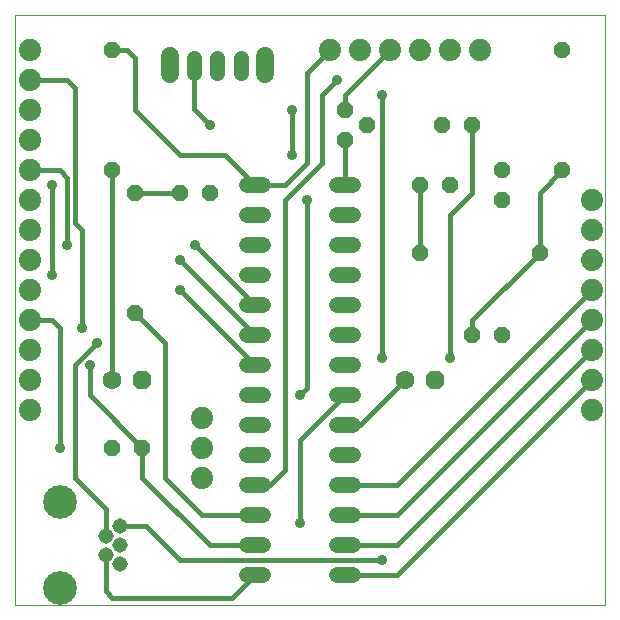
<source format=gtl>
G75*
%MOIN*%
%OFA0B0*%
%FSLAX25Y25*%
%IPPOS*%
%LPD*%
%AMOC8*
5,1,8,0,0,1.08239X$1,22.5*
%
%ADD10C,0.00000*%
%ADD11C,0.07400*%
%ADD12OC8,0.05200*%
%ADD13C,0.06300*%
%ADD14OC8,0.06300*%
%ADD15C,0.05150*%
%ADD16C,0.11220*%
%ADD17C,0.05200*%
%ADD18C,0.05150*%
%ADD19C,0.05937*%
%ADD20C,0.01600*%
%ADD21C,0.03562*%
D10*
X0001800Y0001800D02*
X0001800Y0198650D01*
X0198650Y0198650D01*
X0198650Y0001800D01*
X0001800Y0001800D01*
D11*
X0064300Y0044300D03*
X0064300Y0054300D03*
X0064300Y0064300D03*
X0006800Y0066800D03*
X0006800Y0076800D03*
X0006800Y0086800D03*
X0006800Y0096800D03*
X0006800Y0106800D03*
X0006800Y0116800D03*
X0006800Y0126800D03*
X0006800Y0136800D03*
X0006800Y0146800D03*
X0006800Y0156800D03*
X0006800Y0166800D03*
X0006800Y0176800D03*
X0006800Y0186800D03*
X0106800Y0186800D03*
X0116800Y0186800D03*
X0126800Y0186800D03*
X0136800Y0186800D03*
X0146800Y0186800D03*
X0156800Y0186800D03*
X0194300Y0136800D03*
X0194300Y0126800D03*
X0194300Y0116800D03*
X0194300Y0106800D03*
X0194300Y0096800D03*
X0194300Y0086800D03*
X0194300Y0076800D03*
X0194300Y0066800D03*
D12*
X0164300Y0091800D03*
X0154300Y0091800D03*
X0136800Y0119300D03*
X0136800Y0141800D03*
X0146800Y0141800D03*
X0164300Y0136800D03*
X0164300Y0146800D03*
X0154300Y0161800D03*
X0144300Y0161800D03*
X0119300Y0161800D03*
X0111800Y0156800D03*
X0111800Y0166800D03*
X0066800Y0139300D03*
X0056800Y0139300D03*
X0041800Y0139300D03*
X0034300Y0146800D03*
X0034300Y0186800D03*
X0041800Y0099300D03*
X0044300Y0054300D03*
X0034300Y0054300D03*
X0176800Y0119300D03*
X0184300Y0146800D03*
X0184300Y0186800D03*
D13*
X0131800Y0076800D03*
X0034300Y0076800D03*
D14*
X0044300Y0076800D03*
X0141800Y0076800D03*
D15*
X0036879Y0028099D03*
X0032154Y0024950D03*
X0036879Y0021800D03*
X0032154Y0018650D03*
X0036879Y0015501D03*
D16*
X0016800Y0007430D03*
X0016800Y0036170D03*
D17*
X0079200Y0031800D02*
X0084400Y0031800D01*
X0084400Y0021800D02*
X0079200Y0021800D01*
X0079200Y0011800D02*
X0084400Y0011800D01*
X0109200Y0011800D02*
X0114400Y0011800D01*
X0114400Y0021800D02*
X0109200Y0021800D01*
X0109200Y0031800D02*
X0114400Y0031800D01*
X0114400Y0041800D02*
X0109200Y0041800D01*
X0109200Y0051800D02*
X0114400Y0051800D01*
X0114400Y0061800D02*
X0109200Y0061800D01*
X0109200Y0071800D02*
X0114400Y0071800D01*
X0114400Y0081800D02*
X0109200Y0081800D01*
X0109200Y0091800D02*
X0114400Y0091800D01*
X0114400Y0101800D02*
X0109200Y0101800D01*
X0109200Y0111800D02*
X0114400Y0111800D01*
X0114400Y0121800D02*
X0109200Y0121800D01*
X0109200Y0131800D02*
X0114400Y0131800D01*
X0114400Y0141800D02*
X0109200Y0141800D01*
X0084400Y0141800D02*
X0079200Y0141800D01*
X0079200Y0131800D02*
X0084400Y0131800D01*
X0084400Y0121800D02*
X0079200Y0121800D01*
X0079200Y0111800D02*
X0084400Y0111800D01*
X0084400Y0101800D02*
X0079200Y0101800D01*
X0079200Y0091800D02*
X0084400Y0091800D01*
X0084400Y0081800D02*
X0079200Y0081800D01*
X0079200Y0071800D02*
X0084400Y0071800D01*
X0084400Y0061800D02*
X0079200Y0061800D01*
X0079200Y0051800D02*
X0084400Y0051800D01*
X0084400Y0041800D02*
X0079200Y0041800D01*
D18*
X0077174Y0179225D02*
X0077174Y0184375D01*
X0069300Y0184375D02*
X0069300Y0179225D01*
X0061426Y0179225D02*
X0061426Y0184375D01*
D19*
X0053552Y0184769D02*
X0053552Y0178831D01*
X0085048Y0178831D02*
X0085048Y0184769D01*
D20*
X0099300Y0179300D02*
X0099300Y0149300D01*
X0091800Y0141800D01*
X0081800Y0141800D01*
X0071800Y0151800D01*
X0056800Y0151800D01*
X0041800Y0166800D01*
X0041800Y0184300D01*
X0039300Y0186800D01*
X0034300Y0186800D01*
X0021800Y0174300D02*
X0021800Y0129300D01*
X0024300Y0126800D01*
X0024300Y0094300D01*
X0029300Y0089300D02*
X0021800Y0081800D01*
X0021800Y0044300D01*
X0032154Y0033946D01*
X0032154Y0024950D01*
X0036879Y0028099D02*
X0045501Y0028099D01*
X0056800Y0016800D01*
X0124300Y0016800D01*
X0129300Y0011800D02*
X0194300Y0076800D01*
X0194300Y0086800D02*
X0129300Y0021800D01*
X0111800Y0021800D01*
X0111800Y0011800D02*
X0129300Y0011800D01*
X0129300Y0031800D02*
X0111800Y0031800D01*
X0111800Y0041800D02*
X0129300Y0041800D01*
X0194300Y0106800D01*
X0194300Y0096800D02*
X0129300Y0031800D01*
X0116800Y0061800D02*
X0111800Y0061800D01*
X0116800Y0061800D02*
X0131800Y0076800D01*
X0124300Y0084300D02*
X0124300Y0171800D01*
X0111800Y0171800D02*
X0111800Y0166800D01*
X0111800Y0171800D02*
X0126800Y0186800D01*
X0109300Y0176800D02*
X0104300Y0171800D01*
X0104300Y0149300D01*
X0091800Y0136800D01*
X0091800Y0046800D01*
X0086800Y0041800D01*
X0081800Y0041800D01*
X0081800Y0031800D02*
X0064300Y0031800D01*
X0051800Y0044300D01*
X0051800Y0089300D01*
X0041800Y0099300D01*
X0056800Y0106800D02*
X0081800Y0081800D01*
X0081800Y0091800D02*
X0056800Y0116800D01*
X0061800Y0121800D02*
X0081800Y0101800D01*
X0099300Y0074300D02*
X0096800Y0071800D01*
X0099300Y0074300D02*
X0099300Y0136800D01*
X0111800Y0141800D02*
X0111800Y0156800D01*
X0094300Y0151800D02*
X0094300Y0166800D01*
X0099300Y0179300D02*
X0106800Y0186800D01*
X0066800Y0161800D02*
X0061426Y0167174D01*
X0061426Y0181800D01*
X0034300Y0146800D02*
X0034300Y0076800D01*
X0026800Y0071800D02*
X0044300Y0054300D01*
X0044300Y0044300D01*
X0066800Y0021800D01*
X0081800Y0021800D01*
X0081800Y0011800D02*
X0074300Y0004300D01*
X0034300Y0004300D01*
X0032154Y0006446D01*
X0032154Y0018650D01*
X0016800Y0054300D02*
X0016800Y0094300D01*
X0014300Y0096800D01*
X0006800Y0096800D01*
X0014300Y0111800D02*
X0014300Y0141800D01*
X0016800Y0146800D02*
X0006800Y0146800D01*
X0016800Y0146800D02*
X0019300Y0144300D01*
X0019300Y0121800D01*
X0041800Y0139300D02*
X0056800Y0139300D01*
X0021800Y0174300D02*
X0019300Y0176800D01*
X0006800Y0176800D01*
X0026800Y0081800D02*
X0026800Y0071800D01*
X0096800Y0056800D02*
X0096800Y0029300D01*
X0096800Y0056800D02*
X0111800Y0071800D01*
X0146800Y0084300D02*
X0146800Y0131800D01*
X0154300Y0139300D01*
X0154300Y0161800D01*
X0136800Y0141800D02*
X0136800Y0119300D01*
X0154300Y0096800D02*
X0176800Y0119300D01*
X0176800Y0139300D01*
X0184300Y0146800D01*
X0154300Y0096800D02*
X0154300Y0091800D01*
D21*
X0146800Y0084300D03*
X0124300Y0084300D03*
X0096800Y0071800D03*
X0056800Y0106800D03*
X0056800Y0116800D03*
X0061800Y0121800D03*
X0094300Y0151800D03*
X0094300Y0166800D03*
X0109300Y0176800D03*
X0124300Y0171800D03*
X0099300Y0136800D03*
X0066800Y0161800D03*
X0019300Y0121800D03*
X0014300Y0111800D03*
X0024300Y0094300D03*
X0029300Y0089300D03*
X0026800Y0081800D03*
X0016800Y0054300D03*
X0096800Y0029300D03*
X0124300Y0016800D03*
X0014300Y0141800D03*
M02*

</source>
